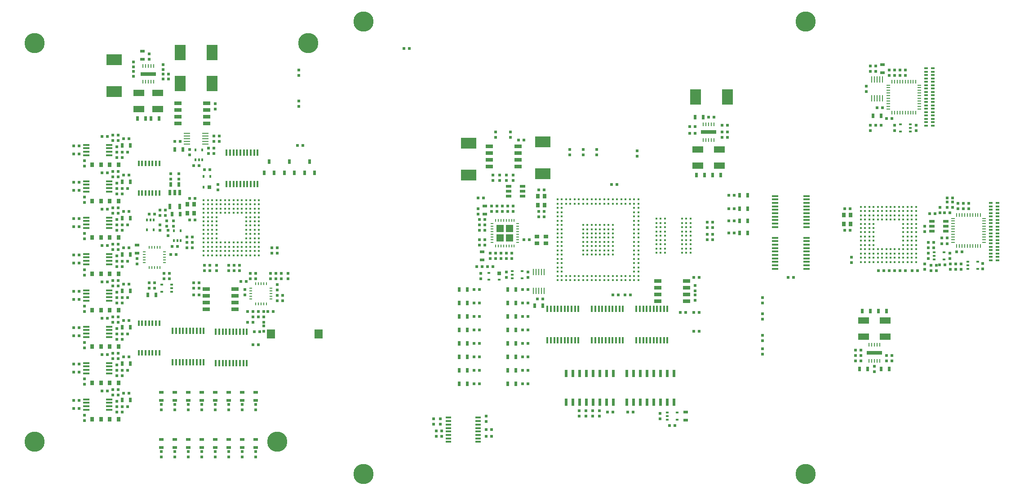
<source format=gtp>
G04 (created by PCBNEW-RS274X (2010-03-14)-final) date Thu 07 Oct 2010 02:34:07 PM EDT*
G01*
G70*
G90*
%MOIN*%
G04 Gerber Fmt 3.4, Leading zero omitted, Abs format*
%FSLAX34Y34*%
G04 APERTURE LIST*
%ADD10C,0.001000*%
%ADD11R,0.023600X0.019700*%
%ADD12R,0.019700X0.023600*%
%ADD13R,0.023600X0.035400*%
%ADD14R,0.035400X0.023600*%
%ADD15R,0.027600X0.037400*%
%ADD16R,0.059100X0.070900*%
%ADD17R,0.023600X0.009800*%
%ADD18R,0.009800X0.023600*%
%ADD19C,0.016000*%
%ADD20C,0.015700*%
%ADD21R,0.009800X0.047200*%
%ADD22R,0.055100X0.055100*%
%ADD23R,0.009800X0.025600*%
%ADD24R,0.025600X0.009800*%
%ADD25R,0.023600X0.015700*%
%ADD26R,0.019700X0.055100*%
%ADD27R,0.023600X0.042000*%
%ADD28R,0.042000X0.023600*%
%ADD29R,0.013800X0.039400*%
%ADD30R,0.039400X0.013800*%
%ADD31R,0.051200X0.013800*%
%ADD32R,0.013800X0.051200*%
%ADD33R,0.050000X0.015000*%
%ADD34R,0.030000X0.014500*%
%ADD35R,0.010200X0.031500*%
%ADD36R,0.118100X0.029500*%
%ADD37R,0.082700X0.049200*%
%ADD38R,0.016500X0.023600*%
%ADD39R,0.031500X0.027600*%
%ADD40R,0.023600X0.016500*%
%ADD41R,0.027600X0.031500*%
%ADD42R,0.078700X0.118100*%
%ADD43R,0.118100X0.078700*%
%ADD44R,0.047200X0.009800*%
%ADD45R,0.055100X0.027600*%
%ADD46R,0.031500X0.035400*%
%ADD47R,0.015700X0.023600*%
%ADD48R,0.035400X0.031500*%
%ADD49C,0.150000*%
%ADD50R,0.023600X0.033500*%
G04 APERTURE END LIST*
G54D10*
G54D11*
X27150Y12003D03*
X27150Y12397D03*
X27550Y12397D03*
X27550Y12003D03*
X27950Y12397D03*
X27950Y12003D03*
X28500Y16897D03*
X28500Y16503D03*
G54D12*
X27997Y13300D03*
X27603Y13300D03*
G54D11*
X27700Y16503D03*
X27700Y16897D03*
X27300Y16603D03*
X27300Y16997D03*
X28100Y16503D03*
X28100Y16897D03*
G54D12*
X26503Y14350D03*
X26897Y14350D03*
G54D11*
X25250Y15197D03*
X25250Y14803D03*
G54D12*
X26897Y13900D03*
X26503Y13900D03*
G54D11*
X13200Y06097D03*
X13200Y05703D03*
G54D12*
X26747Y12350D03*
X26353Y12350D03*
G54D11*
X13200Y09503D03*
X13200Y09897D03*
G54D12*
X10703Y14700D03*
X11097Y14700D03*
X10703Y15600D03*
X11097Y15600D03*
X10703Y16500D03*
X11097Y16500D03*
X10703Y17500D03*
X11097Y17500D03*
G54D11*
X01100Y01103D03*
X01100Y01497D03*
X00600Y01103D03*
X00600Y01497D03*
X23000Y22303D03*
X23000Y22697D03*
G54D12*
X21603Y22700D03*
X21997Y22700D03*
G54D11*
X00100Y01103D03*
X00100Y01497D03*
X-00400Y01103D03*
X-00400Y01497D03*
X21200Y27097D03*
X21200Y26703D03*
X20900Y25203D03*
X20900Y25597D03*
G54D12*
X22403Y23200D03*
X22797Y23200D03*
G54D11*
X23800Y26797D03*
X23800Y26403D03*
X23000Y26403D03*
X23000Y26797D03*
X22600Y26403D03*
X22600Y26797D03*
X23400Y26403D03*
X23400Y26797D03*
X21600Y26703D03*
X21600Y27097D03*
X05600Y00903D03*
X05600Y01297D03*
G54D12*
X06303Y00400D03*
X06697Y00400D03*
X-37898Y21170D03*
X-37504Y21170D03*
X-37898Y20570D03*
X-37504Y20570D03*
X-34303Y20300D03*
X-34697Y20300D03*
X-33903Y20700D03*
X-34297Y20700D03*
G54D11*
X-34700Y20703D03*
X-34700Y21097D03*
G54D12*
X-33803Y21700D03*
X-34197Y21700D03*
G54D11*
X-35001Y21967D03*
X-35001Y21573D03*
X-34601Y21573D03*
X-34601Y21967D03*
X-37101Y19673D03*
X-37101Y20067D03*
G54D12*
X-35404Y21870D03*
X-35798Y21870D03*
X-37898Y13070D03*
X-37504Y13070D03*
X-37898Y12470D03*
X-37504Y12470D03*
X-34303Y12200D03*
X-34697Y12200D03*
X-33903Y12600D03*
X-34297Y12600D03*
G54D11*
X-34700Y12603D03*
X-34700Y12997D03*
G54D12*
X-33803Y13600D03*
X-34197Y13600D03*
G54D11*
X-35001Y13867D03*
X-35001Y13473D03*
X-34601Y13473D03*
X-34601Y13867D03*
X-37101Y11573D03*
X-37101Y11967D03*
G54D12*
X-35404Y13770D03*
X-35798Y13770D03*
X-37898Y15770D03*
X-37504Y15770D03*
X-37898Y15170D03*
X-37504Y15170D03*
X-34303Y14900D03*
X-34697Y14900D03*
X-33903Y15300D03*
X-34297Y15300D03*
G54D11*
X-34700Y15303D03*
X-34700Y15697D03*
G54D12*
X-33803Y16300D03*
X-34197Y16300D03*
G54D11*
X-35001Y16567D03*
X-35001Y16173D03*
X-34601Y16173D03*
X-34601Y16567D03*
X-37101Y14273D03*
X-37101Y14667D03*
G54D12*
X-35404Y16470D03*
X-35798Y16470D03*
X-37898Y04970D03*
X-37504Y04970D03*
X-37898Y04370D03*
X-37504Y04370D03*
X-34303Y04100D03*
X-34697Y04100D03*
X-33903Y04500D03*
X-34297Y04500D03*
G54D11*
X-34700Y04503D03*
X-34700Y04897D03*
G54D12*
X-33803Y05500D03*
X-34197Y05500D03*
G54D11*
X-35001Y05767D03*
X-35001Y05373D03*
X-34601Y05373D03*
X-34601Y05767D03*
X-37101Y03473D03*
X-37101Y03867D03*
G54D12*
X-35404Y05670D03*
X-35798Y05670D03*
X-37898Y02270D03*
X-37504Y02270D03*
X-37898Y01670D03*
X-37504Y01670D03*
X-34303Y01400D03*
X-34697Y01400D03*
X-33903Y01800D03*
X-34297Y01800D03*
G54D11*
X-34700Y01803D03*
X-34700Y02197D03*
G54D12*
X-33803Y02800D03*
X-34197Y02800D03*
G54D11*
X-35001Y03067D03*
X-35001Y02673D03*
X-34601Y02673D03*
X-34601Y03067D03*
X-37101Y00773D03*
X-37101Y01167D03*
G54D12*
X-35404Y02970D03*
X-35798Y02970D03*
X-37898Y07670D03*
X-37504Y07670D03*
X-37898Y07070D03*
X-37504Y07070D03*
X-34303Y06800D03*
X-34697Y06800D03*
X-33903Y07200D03*
X-34297Y07200D03*
G54D11*
X-34700Y07203D03*
X-34700Y07597D03*
G54D12*
X-33803Y08200D03*
X-34197Y08200D03*
G54D11*
X-35001Y08467D03*
X-35001Y08073D03*
X-34601Y08073D03*
X-34601Y08467D03*
X-37101Y06173D03*
X-37101Y06567D03*
G54D12*
X-35404Y08370D03*
X-35798Y08370D03*
X-37898Y10370D03*
X-37504Y10370D03*
X-37898Y09770D03*
X-37504Y09770D03*
X-34303Y09500D03*
X-34697Y09500D03*
X-33903Y09900D03*
X-34297Y09900D03*
G54D11*
X-34700Y09903D03*
X-34700Y10297D03*
G54D12*
X-33803Y10900D03*
X-34197Y10900D03*
G54D11*
X-35001Y11167D03*
X-35001Y10773D03*
X-34601Y10773D03*
X-34601Y11167D03*
X-37101Y08873D03*
X-37101Y09267D03*
G54D12*
X-35404Y11070D03*
X-35798Y11070D03*
X-37898Y18470D03*
X-37504Y18470D03*
X-37898Y17870D03*
X-37504Y17870D03*
X-34303Y17600D03*
X-34697Y17600D03*
X-33903Y18000D03*
X-34297Y18000D03*
G54D11*
X-34700Y18003D03*
X-34700Y18397D03*
G54D12*
X-33803Y19000D03*
X-34197Y19000D03*
G54D11*
X-35001Y19267D03*
X-35001Y18873D03*
X-34601Y18873D03*
X-34601Y19267D03*
X-37101Y16973D03*
X-37101Y17367D03*
G54D12*
X-35404Y19170D03*
X-35798Y19170D03*
X-28904Y17270D03*
X-29298Y17270D03*
X-29298Y15670D03*
X-28904Y15670D03*
G54D11*
X-22000Y11697D03*
X-22000Y11303D03*
G54D12*
X-24598Y08470D03*
X-24204Y08470D03*
X-24998Y08070D03*
X-24604Y08070D03*
G54D11*
X-22500Y11697D03*
X-22500Y11303D03*
X-23300Y11697D03*
X-23300Y11303D03*
G54D12*
X-23104Y08870D03*
X-23498Y08870D03*
X-24203Y06400D03*
X-24597Y06400D03*
G54D11*
X-25401Y01573D03*
X-25401Y01967D03*
X-27200Y17903D03*
X-27200Y18297D03*
G54D12*
X-22404Y10070D03*
X-22798Y10070D03*
G54D11*
X-25200Y10103D03*
X-25200Y10497D03*
X-28401Y01573D03*
X-28401Y01967D03*
X-29401Y01573D03*
X-29401Y01967D03*
X-31401Y-01927D03*
X-31401Y-01533D03*
X-30401Y-01927D03*
X-30401Y-01533D03*
X-24401Y-01927D03*
X-24401Y-01533D03*
G54D12*
X-25103Y11100D03*
X-25497Y11100D03*
G54D11*
X-28200Y11903D03*
X-28200Y12297D03*
G54D12*
X-30803Y11700D03*
X-31197Y11700D03*
X-30803Y11300D03*
X-31197Y11300D03*
X-32297Y16100D03*
X-31903Y16100D03*
G54D11*
X-31100Y16397D03*
X-31100Y16003D03*
X-31500Y16003D03*
X-31500Y16397D03*
X-31500Y15297D03*
X-31500Y14903D03*
X-33200Y12403D03*
X-33200Y12797D03*
X-26000Y11903D03*
X-26000Y12297D03*
X-26400Y11903D03*
X-26400Y12297D03*
X-25600Y11903D03*
X-25600Y12297D03*
X-30900Y14503D03*
X-30900Y14897D03*
G54D12*
X-30203Y13700D03*
X-30597Y13700D03*
X-31903Y11000D03*
X-32297Y11000D03*
X-32297Y10600D03*
X-31903Y10600D03*
G54D11*
X-30500Y15597D03*
X-30500Y15203D03*
X-30100Y19097D03*
X-30100Y18703D03*
X-31000Y15203D03*
X-31000Y15597D03*
X-30700Y18703D03*
X-30700Y19097D03*
X-07700Y11697D03*
X-07700Y11303D03*
G54D12*
X-13003Y28400D03*
X-13397Y28400D03*
G54D11*
X-11193Y00514D03*
X-11193Y00908D03*
G54D12*
X-10596Y-00389D03*
X-10990Y-00389D03*
G54D11*
X-07293Y01108D03*
X-07293Y00714D03*
X-10693Y00514D03*
X-10693Y00908D03*
G54D12*
X-10596Y00011D03*
X-10990Y00011D03*
X-07803Y07500D03*
X-08197Y07500D03*
X-07290Y00111D03*
X-06896Y00111D03*
X-07290Y-00389D03*
X-06896Y-00389D03*
X02003Y18300D03*
X02397Y18300D03*
X-03003Y15900D03*
X-03397Y15900D03*
G54D11*
X-06200Y13197D03*
X-06200Y12803D03*
X-06600Y13197D03*
X-06600Y12803D03*
X-07000Y13197D03*
X-07000Y12803D03*
G54D12*
X-04497Y14200D03*
X-04103Y14200D03*
X-07403Y13800D03*
X-07797Y13800D03*
G54D11*
X-05800Y13197D03*
X-05800Y12803D03*
G54D12*
X-07403Y14200D03*
X-07797Y14200D03*
G54D11*
X-05400Y13197D03*
X-05400Y12803D03*
G54D12*
X-07403Y14900D03*
X-07797Y14900D03*
X-07403Y15300D03*
X-07797Y15300D03*
G54D11*
X-06900Y16303D03*
X-06900Y16697D03*
G54D12*
X-07603Y12200D03*
X-07997Y12200D03*
X-07503Y17300D03*
X-07897Y17300D03*
X-07403Y15700D03*
X-07797Y15700D03*
X-06803Y12200D03*
X-07197Y12200D03*
G54D11*
X-07900Y16497D03*
X-07900Y16103D03*
X-06100Y16303D03*
X-06100Y16697D03*
X-06500Y16303D03*
X-06500Y16697D03*
X-05300Y16303D03*
X-05300Y16697D03*
X-05700Y16303D03*
X-05700Y16697D03*
G54D12*
X-03003Y17900D03*
X-03397Y17900D03*
X-03397Y16300D03*
X-03003Y16300D03*
G54D11*
X-01100Y20897D03*
X-01100Y20503D03*
X-00100Y20897D03*
X-00100Y20503D03*
X00900Y20897D03*
X00900Y20503D03*
X03900Y20797D03*
X03900Y20403D03*
G54D12*
X02103Y10100D03*
X02497Y10100D03*
X03397Y10100D03*
X03003Y10100D03*
G54D13*
X20405Y04600D03*
X20995Y04600D03*
X12095Y14700D03*
X11505Y14700D03*
X12095Y15600D03*
X11505Y15600D03*
X12095Y16500D03*
X11505Y16500D03*
X12095Y17500D03*
X11505Y17500D03*
G54D14*
X07500Y00805D03*
X07500Y01395D03*
G54D13*
X21995Y23400D03*
X21405Y23400D03*
G54D14*
X22100Y27195D03*
X22100Y26605D03*
G54D13*
X-33705Y21200D03*
X-34295Y21200D03*
X-33705Y13100D03*
X-34295Y13100D03*
X-33705Y15800D03*
X-34295Y15800D03*
X-33705Y05000D03*
X-34295Y05000D03*
X-33705Y02300D03*
X-34295Y02300D03*
X-33705Y07700D03*
X-34295Y07700D03*
X-33705Y10400D03*
X-34295Y10400D03*
X-33705Y18500D03*
X-34295Y18500D03*
G54D14*
X-24401Y02865D03*
X-24401Y02275D03*
X-25401Y02865D03*
X-25401Y02275D03*
X-26401Y02865D03*
X-26401Y02275D03*
X-28401Y02865D03*
X-28401Y02275D03*
X-29401Y02865D03*
X-29401Y02275D03*
X-30401Y-00635D03*
X-30401Y-01225D03*
X-25401Y-00635D03*
X-25401Y-01225D03*
X-33200Y13205D03*
X-33200Y13795D03*
G54D13*
X-30595Y16100D03*
X-30005Y16100D03*
X-30695Y18300D03*
X-30105Y18300D03*
X-31805Y10100D03*
X-32395Y10100D03*
X-05695Y03500D03*
X-05105Y03500D03*
X-09295Y05500D03*
X-08705Y05500D03*
X-09295Y07500D03*
X-08705Y07500D03*
G54D14*
X-07600Y13295D03*
X-07600Y12705D03*
X-07400Y16105D03*
X-07400Y16695D03*
G54D15*
X-35236Y19770D03*
X-34566Y19770D03*
X-35866Y19770D03*
X-36536Y19770D03*
X-35236Y11670D03*
X-34566Y11670D03*
X-35866Y11670D03*
X-36536Y11670D03*
X-35236Y14370D03*
X-34566Y14370D03*
X-35866Y14370D03*
X-36536Y14370D03*
X-35236Y03570D03*
X-34566Y03570D03*
X-35866Y03570D03*
X-36536Y03570D03*
X-35236Y00870D03*
X-34566Y00870D03*
X-35866Y00870D03*
X-36536Y00870D03*
X-35236Y06270D03*
X-34566Y06270D03*
X-35866Y06270D03*
X-36536Y06270D03*
X-35236Y08970D03*
X-34566Y08970D03*
X-35866Y08970D03*
X-36536Y08970D03*
X-35236Y17070D03*
X-34566Y17070D03*
X-35866Y17070D03*
X-36536Y17070D03*
G54D16*
X-23271Y07200D03*
X-19728Y07200D03*
G54D17*
X-32648Y13294D03*
X-32648Y13097D03*
X-32648Y12900D03*
X-32648Y12703D03*
X-32648Y12506D03*
G54D18*
X-32294Y12152D03*
X-32097Y12152D03*
X-31900Y12152D03*
X-31703Y12152D03*
X-31506Y12152D03*
X-31506Y13648D03*
X-31703Y13648D03*
X-31900Y13648D03*
X-32097Y13648D03*
X-32294Y13648D03*
G54D17*
X-31152Y12506D03*
X-31152Y12703D03*
X-31152Y12900D03*
X-31152Y13097D03*
X-31152Y13294D03*
G54D19*
X20503Y12553D03*
X20503Y12868D03*
X20503Y13183D03*
X20503Y13498D03*
X20503Y13813D03*
X20503Y14128D03*
X20503Y14443D03*
X20503Y14758D03*
X20503Y15073D03*
X20503Y15388D03*
X20503Y15703D03*
X20503Y16018D03*
X20503Y16333D03*
X20503Y16647D03*
X20818Y12553D03*
X20818Y12868D03*
X20818Y13183D03*
X20818Y13498D03*
X20818Y13813D03*
X20818Y14128D03*
X20818Y14443D03*
X20818Y14758D03*
X20818Y15073D03*
X20818Y15388D03*
X20818Y15703D03*
X20818Y16018D03*
X20818Y16333D03*
X20818Y16647D03*
X21133Y12553D03*
X21133Y12868D03*
X21133Y13183D03*
X21133Y13498D03*
X21133Y13813D03*
X21133Y14128D03*
X21133Y14443D03*
X21133Y14758D03*
X21133Y15073D03*
X21133Y15388D03*
X21133Y15703D03*
X21133Y16018D03*
X21133Y16333D03*
X21133Y16647D03*
X21448Y12553D03*
X21448Y12868D03*
X21448Y13183D03*
X21448Y13498D03*
X21448Y13813D03*
X21448Y14128D03*
X21448Y14443D03*
X21448Y14758D03*
X21448Y15073D03*
X21448Y15388D03*
X21448Y15703D03*
X21448Y16018D03*
X21448Y16333D03*
X21448Y16647D03*
X21763Y12553D03*
X21763Y12868D03*
X21763Y13183D03*
X21763Y13498D03*
X21763Y15703D03*
X21763Y16018D03*
X21763Y16333D03*
X21763Y16647D03*
X22078Y12553D03*
X22078Y12868D03*
X22078Y13183D03*
X22078Y13498D03*
X22078Y15703D03*
X22078Y16018D03*
X22078Y16333D03*
X22078Y16647D03*
X22393Y12553D03*
X22393Y12868D03*
X22393Y13183D03*
X22393Y13498D03*
X22393Y15703D03*
X22393Y16018D03*
X22393Y16333D03*
X22393Y16647D03*
X22708Y12553D03*
X22708Y12868D03*
X22708Y13183D03*
X22708Y13498D03*
X22708Y15703D03*
X22708Y16018D03*
X22708Y16333D03*
X22708Y16647D03*
X23023Y12553D03*
X23023Y12868D03*
X23023Y13183D03*
X23023Y13498D03*
X23023Y15703D03*
X23023Y16018D03*
X23023Y16333D03*
X23023Y16647D03*
X23338Y12553D03*
X23338Y12868D03*
X23338Y13183D03*
X23338Y13498D03*
X23338Y15703D03*
X23338Y16018D03*
X23338Y16333D03*
X23338Y16647D03*
X23653Y12553D03*
X23653Y12868D03*
X23653Y13183D03*
X23653Y13498D03*
X23653Y13813D03*
X23653Y14128D03*
X23653Y14443D03*
X23653Y14758D03*
X23653Y15073D03*
X23653Y15388D03*
X23653Y15703D03*
X23653Y16018D03*
X23653Y16333D03*
X23653Y16647D03*
X23968Y12553D03*
X23968Y12868D03*
X23968Y13183D03*
X23968Y13498D03*
X23968Y13813D03*
X23968Y14128D03*
X23968Y14443D03*
X23968Y14758D03*
X23968Y15073D03*
X23968Y15388D03*
X23968Y15703D03*
X23968Y16018D03*
X23968Y16333D03*
X23968Y16647D03*
X24283Y12553D03*
X24283Y12868D03*
X24283Y13183D03*
X24283Y13498D03*
X24283Y13813D03*
X24283Y14128D03*
X24283Y14443D03*
X24283Y14758D03*
X24283Y15073D03*
X24283Y15388D03*
X24283Y15703D03*
X24283Y16018D03*
X24283Y16333D03*
X24283Y16647D03*
X24597Y12553D03*
X24597Y12868D03*
X24597Y13183D03*
X24597Y13498D03*
X24597Y13813D03*
X24597Y14128D03*
X24597Y14443D03*
X24597Y14758D03*
X24597Y15073D03*
X24597Y15388D03*
X24597Y15703D03*
X24597Y16018D03*
X24597Y16333D03*
X24597Y16647D03*
G54D20*
X-01993Y11207D03*
X-01993Y11522D03*
X-01993Y11837D03*
X-01993Y12152D03*
X-01993Y12467D03*
X-01993Y12782D03*
X-01993Y13097D03*
X-01993Y13412D03*
X-01993Y13727D03*
X-01993Y14042D03*
X-01993Y14357D03*
X-01993Y14672D03*
X-01993Y14987D03*
X-01993Y15302D03*
X-01993Y15617D03*
X-01993Y15932D03*
X-01993Y16247D03*
X-01993Y16562D03*
X-01993Y16877D03*
X-01993Y17192D03*
X-01678Y11207D03*
X-01678Y11522D03*
X-01678Y11837D03*
X-01678Y12152D03*
X-01678Y12467D03*
X-01678Y12782D03*
X-01678Y13097D03*
X-01678Y13412D03*
X-01678Y13727D03*
X-01678Y14042D03*
X-01678Y14357D03*
X-01678Y14672D03*
X-01678Y14987D03*
X-01678Y15302D03*
X-01678Y15617D03*
X-01678Y15932D03*
X-01678Y16247D03*
X-01678Y16562D03*
X-01678Y16877D03*
X-01678Y17192D03*
X-01363Y11207D03*
X-01363Y11522D03*
X-01363Y16877D03*
X-01363Y17192D03*
X-01048Y11207D03*
X-01048Y11522D03*
X-01048Y16877D03*
X-01048Y17192D03*
X-00733Y11207D03*
X-00733Y11522D03*
X-00733Y16877D03*
X-00733Y17192D03*
X-00418Y11207D03*
X-00418Y11522D03*
X-00418Y16877D03*
X-00418Y17192D03*
X-00103Y11207D03*
X-00103Y11522D03*
X-00103Y13097D03*
X-00103Y13412D03*
X-00103Y13727D03*
X-00103Y14042D03*
X-00103Y14357D03*
X-00103Y14672D03*
X-00103Y14987D03*
X-00103Y15302D03*
X-00103Y16877D03*
X-00103Y17192D03*
X00212Y11207D03*
X00212Y11522D03*
X00212Y13097D03*
X00212Y13412D03*
X00212Y13727D03*
X00212Y14042D03*
X00212Y14357D03*
X00212Y14672D03*
X00212Y14987D03*
X00212Y15302D03*
X00212Y16877D03*
X00212Y17192D03*
X00527Y11207D03*
X00527Y11522D03*
X00527Y13097D03*
X00527Y13412D03*
X00527Y13727D03*
X00527Y14042D03*
X00527Y14357D03*
X00527Y14672D03*
X00527Y14987D03*
X00527Y15302D03*
X00527Y16877D03*
X00527Y17192D03*
X00842Y11207D03*
X00842Y11522D03*
X00842Y13097D03*
X00842Y13412D03*
X00842Y13727D03*
X00842Y14042D03*
X00842Y14357D03*
X00842Y14672D03*
X00842Y14987D03*
X00842Y15302D03*
X00842Y16877D03*
X00842Y17192D03*
X01157Y11207D03*
X01157Y11522D03*
X01157Y13097D03*
X01157Y13412D03*
X01157Y13727D03*
X01157Y14042D03*
X01157Y14357D03*
X01157Y14672D03*
X01157Y14987D03*
X01157Y15302D03*
X01157Y16877D03*
X01157Y17192D03*
X01472Y11207D03*
X01472Y11522D03*
X01472Y13097D03*
X01472Y13412D03*
X01472Y13727D03*
X01472Y14042D03*
X01472Y14357D03*
X01472Y14672D03*
X01472Y14987D03*
X01472Y15302D03*
X01472Y16877D03*
X01472Y17192D03*
X01787Y11207D03*
X01787Y11522D03*
X01787Y13097D03*
X01787Y13412D03*
X01787Y13727D03*
X01787Y14042D03*
X01787Y14357D03*
X01787Y14672D03*
X01787Y14987D03*
X01787Y15302D03*
X01787Y16877D03*
X01787Y17192D03*
X02102Y11207D03*
X02102Y11522D03*
X02102Y13097D03*
X02102Y13412D03*
X02102Y13727D03*
X02102Y14042D03*
X02102Y14357D03*
X02102Y14672D03*
X02102Y14987D03*
X02102Y15302D03*
X02102Y16877D03*
X02102Y17192D03*
X02417Y11207D03*
X02417Y11522D03*
X02417Y16877D03*
X02417Y17192D03*
X02732Y11207D03*
X02732Y11522D03*
X02732Y16877D03*
X02732Y17192D03*
X03047Y11207D03*
X03047Y11522D03*
X03047Y16877D03*
X03047Y17192D03*
X03362Y11207D03*
X03362Y11522D03*
X03362Y16877D03*
X03362Y17192D03*
X03677Y11207D03*
X03677Y11522D03*
X03677Y16877D03*
X03677Y17192D03*
X03992Y11207D03*
X03992Y11522D03*
X03992Y11837D03*
X03992Y12152D03*
X03992Y12467D03*
X03992Y12782D03*
X03992Y13097D03*
X03992Y13412D03*
X03992Y13727D03*
X03992Y14042D03*
X03992Y14357D03*
X03992Y14672D03*
X03992Y14987D03*
X03992Y15302D03*
X03992Y15617D03*
X03992Y15932D03*
X03992Y16247D03*
X03992Y16562D03*
X03992Y16877D03*
X03992Y17192D03*
X03677Y11837D03*
X03677Y12152D03*
X03677Y12467D03*
X03677Y12782D03*
X03677Y13097D03*
X03677Y13412D03*
X03677Y13727D03*
X03677Y14042D03*
X03677Y14357D03*
X03677Y14672D03*
X03677Y14987D03*
X03677Y15302D03*
X03677Y15617D03*
X03677Y15932D03*
X03677Y16247D03*
X03677Y16562D03*
G54D21*
X22092Y26089D03*
X21896Y26089D03*
X21700Y26089D03*
X21504Y26089D03*
X21308Y26089D03*
X21308Y24710D03*
X21504Y24710D03*
X21700Y24710D03*
X21896Y24710D03*
X22092Y24710D03*
G54D17*
X-06845Y15389D03*
X-06845Y15192D03*
X-06845Y14995D03*
X-06845Y14798D03*
X-06845Y14602D03*
X-06845Y14405D03*
X-06845Y14208D03*
X-06845Y14011D03*
X-04955Y14011D03*
X-04955Y14208D03*
X-04955Y14405D03*
X-04955Y14602D03*
X-04955Y14798D03*
X-04955Y14995D03*
X-04955Y15192D03*
X-04955Y15389D03*
G54D18*
X-06589Y13755D03*
X-06392Y13755D03*
X-06195Y13755D03*
X-05998Y13755D03*
X-05802Y13755D03*
X-05605Y13755D03*
X-05408Y13755D03*
X-05211Y13755D03*
X-05211Y15645D03*
X-05408Y15645D03*
X-05605Y15645D03*
X-05802Y15645D03*
X-05998Y15645D03*
X-06195Y15645D03*
X-06392Y15645D03*
X-06589Y15645D03*
G54D22*
X-06254Y15054D03*
X-06254Y14346D03*
X-05546Y14346D03*
X-05546Y15054D03*
G54D23*
X29386Y16052D03*
X29189Y16052D03*
X28992Y16052D03*
X28795Y16052D03*
X28598Y16052D03*
X28402Y16052D03*
X28205Y16052D03*
X28008Y16052D03*
X27811Y16052D03*
X27614Y16052D03*
X27614Y13748D03*
X27811Y13748D03*
X28008Y13748D03*
X28205Y13748D03*
X28402Y13748D03*
X28598Y13748D03*
X28795Y13748D03*
X28992Y13748D03*
X29189Y13748D03*
X29386Y13748D03*
G54D24*
X27348Y15786D03*
X27348Y15589D03*
X27348Y15392D03*
X27348Y15195D03*
X27348Y14998D03*
X27348Y14802D03*
X27348Y14605D03*
X27348Y14408D03*
X27348Y14211D03*
X27348Y14014D03*
X29652Y14014D03*
X29652Y14211D03*
X29652Y14408D03*
X29652Y14605D03*
X29652Y14802D03*
X29652Y14998D03*
X29652Y15195D03*
X29652Y15392D03*
X29652Y15589D03*
X29652Y15786D03*
G54D23*
X24586Y25952D03*
X24389Y25952D03*
X24192Y25952D03*
X23995Y25952D03*
X23798Y25952D03*
X23602Y25952D03*
X23405Y25952D03*
X23208Y25952D03*
X23011Y25952D03*
X22814Y25952D03*
X22814Y23648D03*
X23011Y23648D03*
X23208Y23648D03*
X23405Y23648D03*
X23602Y23648D03*
X23798Y23648D03*
X23995Y23648D03*
X24192Y23648D03*
X24389Y23648D03*
X24586Y23648D03*
G54D24*
X22548Y25686D03*
X22548Y25489D03*
X22548Y25292D03*
X22548Y25095D03*
X22548Y24898D03*
X22548Y24702D03*
X22548Y24505D03*
X22548Y24308D03*
X22548Y24111D03*
X22548Y23914D03*
X24852Y23914D03*
X24852Y24111D03*
X24852Y24308D03*
X24852Y24505D03*
X24852Y24702D03*
X24852Y24898D03*
X24852Y25095D03*
X24852Y25292D03*
X24852Y25489D03*
X24852Y25686D03*
G54D25*
X-30626Y10344D03*
X-30626Y10600D03*
X-30626Y10856D03*
X-31374Y10856D03*
X-31374Y10344D03*
G54D26*
X02150Y04263D03*
X01650Y04263D03*
X01150Y04263D03*
X00650Y04263D03*
X00150Y04263D03*
X-00350Y04263D03*
X-00850Y04263D03*
X-01350Y04263D03*
X-01350Y02137D03*
X-00850Y02137D03*
X-00350Y02137D03*
X00150Y02137D03*
X00650Y02137D03*
X01150Y02137D03*
X01650Y02137D03*
X02150Y02137D03*
X03150Y02137D03*
X03650Y02137D03*
X04150Y02137D03*
X04650Y02137D03*
X05150Y02137D03*
X05650Y02137D03*
X06150Y02137D03*
X06650Y02137D03*
X06650Y04263D03*
X06150Y04263D03*
X05650Y04263D03*
X05150Y04263D03*
X04650Y04263D03*
X04150Y04263D03*
X03650Y04263D03*
X03150Y04263D03*
G54D27*
X-30026Y17712D03*
X-30400Y17700D03*
X-30774Y17712D03*
X-30774Y16688D03*
X-30026Y16688D03*
G54D28*
X26812Y14826D03*
X26812Y15200D03*
X26812Y15574D03*
X25788Y15574D03*
X25788Y15200D03*
X25788Y14826D03*
X-04588Y17426D03*
X-04588Y17800D03*
X-04588Y18174D03*
X-05612Y18174D03*
X-05612Y17800D03*
X-05612Y17426D03*
G54D29*
X-32300Y05808D03*
X-32044Y05808D03*
X-31788Y05808D03*
X-31532Y05808D03*
X-31532Y07993D03*
X-31788Y07993D03*
X-32044Y07993D03*
X-32300Y07993D03*
X-32556Y07993D03*
X-32812Y07993D03*
X-33068Y07993D03*
X-32556Y05808D03*
X-32812Y05808D03*
X-33068Y05808D03*
X-32301Y19863D03*
X-32557Y19863D03*
X-32813Y19863D03*
X-33069Y19863D03*
X-33069Y17678D03*
X-32813Y17678D03*
X-32557Y17678D03*
X-32301Y17678D03*
X-32045Y17678D03*
X-31789Y17678D03*
X-31533Y17678D03*
X-32045Y19863D03*
X-31789Y19863D03*
X-31533Y19863D03*
G54D30*
X-10103Y00221D03*
X-10103Y-00035D03*
X-10103Y-00291D03*
X-10103Y-00547D03*
X-10103Y-00803D03*
X-07899Y-00803D03*
X-07899Y-00547D03*
X-07899Y-00291D03*
X-07899Y-00035D03*
X-07899Y00221D03*
X-07899Y00477D03*
X-07899Y00733D03*
X-07899Y00989D03*
X-10103Y00477D03*
X-10103Y00733D03*
X-10103Y00989D03*
G54D31*
X16469Y15148D03*
X16469Y15404D03*
X16469Y15660D03*
X16469Y15916D03*
X16469Y16172D03*
X16469Y16428D03*
X16469Y16684D03*
X16469Y16940D03*
X16469Y17196D03*
X16469Y17452D03*
X14131Y17452D03*
X14131Y17196D03*
X14131Y16940D03*
X14131Y16684D03*
X14131Y16428D03*
X14131Y16172D03*
X14131Y15916D03*
X14131Y15660D03*
X14131Y15404D03*
X14131Y15148D03*
G54D32*
X-25048Y07369D03*
X-25304Y07369D03*
X-25560Y07369D03*
X-25816Y07369D03*
X-26072Y07369D03*
X-26328Y07369D03*
X-26584Y07369D03*
X-26840Y07369D03*
X-27096Y07369D03*
X-27352Y07369D03*
X-27352Y05031D03*
X-27096Y05031D03*
X-26840Y05031D03*
X-26584Y05031D03*
X-26328Y05031D03*
X-26072Y05031D03*
X-25816Y05031D03*
X-25560Y05031D03*
X-25304Y05031D03*
X-25048Y05031D03*
X-28249Y07439D03*
X-28505Y07439D03*
X-28761Y07439D03*
X-29017Y07439D03*
X-29273Y07439D03*
X-29529Y07439D03*
X-29785Y07439D03*
X-30041Y07439D03*
X-30297Y07439D03*
X-30553Y07439D03*
X-30553Y05101D03*
X-30297Y05101D03*
X-30041Y05101D03*
X-29785Y05101D03*
X-29529Y05101D03*
X-29273Y05101D03*
X-29017Y05101D03*
X-28761Y05101D03*
X-28505Y05101D03*
X-28249Y05101D03*
G54D33*
X-36951Y21254D03*
X-36951Y20998D03*
X-36951Y20742D03*
X-36951Y20486D03*
X-35251Y20486D03*
X-35251Y20742D03*
X-35251Y20998D03*
X-35251Y21254D03*
X-36951Y13154D03*
X-36951Y12898D03*
X-36951Y12642D03*
X-36951Y12386D03*
X-35251Y12386D03*
X-35251Y12642D03*
X-35251Y12898D03*
X-35251Y13154D03*
X-36951Y15854D03*
X-36951Y15598D03*
X-36951Y15342D03*
X-36951Y15086D03*
X-35251Y15086D03*
X-35251Y15342D03*
X-35251Y15598D03*
X-35251Y15854D03*
X-36951Y05054D03*
X-36951Y04798D03*
X-36951Y04542D03*
X-36951Y04286D03*
X-35251Y04286D03*
X-35251Y04542D03*
X-35251Y04798D03*
X-35251Y05054D03*
X-36951Y02354D03*
X-36951Y02098D03*
X-36951Y01842D03*
X-36951Y01586D03*
X-35251Y01586D03*
X-35251Y01842D03*
X-35251Y02098D03*
X-35251Y02354D03*
X-36951Y07754D03*
X-36951Y07498D03*
X-36951Y07242D03*
X-36951Y06986D03*
X-35251Y06986D03*
X-35251Y07242D03*
X-35251Y07498D03*
X-35251Y07754D03*
X-36951Y10454D03*
X-36951Y10198D03*
X-36951Y09942D03*
X-36951Y09686D03*
X-35251Y09686D03*
X-35251Y09942D03*
X-35251Y10198D03*
X-35251Y10454D03*
X-36951Y18554D03*
X-36951Y18298D03*
X-36951Y18042D03*
X-36951Y17786D03*
X-35251Y17786D03*
X-35251Y18042D03*
X-35251Y18298D03*
X-35251Y18554D03*
G54D20*
X07860Y13240D03*
X07545Y13240D03*
X07230Y13240D03*
X05970Y13240D03*
X05655Y13240D03*
X05340Y13240D03*
X07860Y13555D03*
X07545Y13555D03*
X07230Y13555D03*
X05970Y13555D03*
X05655Y13555D03*
X05340Y13555D03*
X07860Y13870D03*
X07545Y13870D03*
X07230Y13870D03*
X05970Y13870D03*
X05655Y13870D03*
X05340Y13870D03*
X07860Y14185D03*
X07545Y14185D03*
X07230Y14185D03*
X05970Y14185D03*
X05655Y14185D03*
X05340Y14185D03*
X07860Y14500D03*
X07545Y14500D03*
X07230Y14500D03*
X05970Y14500D03*
X05655Y14500D03*
X05340Y14500D03*
X07860Y14815D03*
X07545Y14815D03*
X07230Y14815D03*
X05970Y14815D03*
X05655Y14815D03*
X05340Y14815D03*
X07860Y15130D03*
X07545Y15130D03*
X07230Y15130D03*
X05970Y15130D03*
X05655Y15130D03*
X05340Y15130D03*
X07860Y15445D03*
X07545Y15445D03*
X07230Y15445D03*
X05970Y15445D03*
X05655Y15445D03*
X05340Y15445D03*
X07860Y15760D03*
X07545Y15760D03*
X07230Y15760D03*
X05970Y15760D03*
X05655Y15760D03*
X05340Y15760D03*
G54D11*
X27100Y13197D03*
X27100Y12803D03*
X25500Y12803D03*
X25500Y13197D03*
G54D34*
X30650Y12675D03*
X30650Y12925D03*
X30650Y13175D03*
X30650Y13425D03*
X30650Y13675D03*
X30650Y13925D03*
X30650Y14175D03*
X30650Y14425D03*
X30650Y14675D03*
X30650Y14925D03*
X30650Y15175D03*
X30650Y15425D03*
X30650Y15675D03*
X30650Y15925D03*
X30650Y16175D03*
X30650Y16425D03*
X30650Y16675D03*
X30650Y16925D03*
X30150Y12675D03*
X30150Y12925D03*
X30150Y13175D03*
X30150Y13425D03*
X30150Y13675D03*
X30150Y13925D03*
X30150Y14175D03*
X30150Y14425D03*
X30150Y14675D03*
X30150Y14925D03*
X30150Y15175D03*
X30150Y15425D03*
X30150Y15675D03*
X30150Y15925D03*
X30150Y16175D03*
X30150Y16425D03*
X30150Y16675D03*
X30150Y16925D03*
G54D12*
X25897Y13600D03*
X25503Y13600D03*
X25503Y14000D03*
X25897Y14000D03*
G54D11*
X29550Y12053D03*
X29550Y12447D03*
G54D12*
X19697Y16500D03*
X19303Y16500D03*
X19303Y14900D03*
X19697Y14900D03*
G54D31*
X14131Y14352D03*
X14131Y14096D03*
X14131Y13840D03*
X14131Y13584D03*
X14131Y13328D03*
X14131Y13072D03*
X14131Y12816D03*
X14131Y12560D03*
X14131Y12304D03*
X14131Y12048D03*
X16469Y12048D03*
X16469Y12304D03*
X16469Y12560D03*
X16469Y12816D03*
X16469Y13072D03*
X16469Y13328D03*
X16469Y13584D03*
X16469Y13840D03*
X16469Y14096D03*
X16469Y14352D03*
G54D11*
X13200Y08303D03*
X13200Y08697D03*
G54D12*
X15497Y11400D03*
X15103Y11400D03*
G54D35*
X21106Y05209D03*
X21303Y05209D03*
X21500Y05209D03*
X21697Y05209D03*
X21894Y05209D03*
X21894Y06391D03*
X21697Y06391D03*
X21500Y06391D03*
X21303Y06391D03*
X21106Y06391D03*
G54D36*
X21500Y05800D03*
G54D37*
X20700Y07000D03*
X20700Y08200D03*
X22300Y07000D03*
X22300Y08200D03*
G54D13*
X21195Y08900D03*
X20605Y08900D03*
X21805Y08900D03*
X22395Y08900D03*
G54D12*
X22403Y05200D03*
X22797Y05200D03*
X22797Y05600D03*
X22403Y05600D03*
X20103Y05600D03*
X20497Y05600D03*
X20497Y06000D03*
X20103Y06000D03*
X20497Y05200D03*
X20103Y05200D03*
G54D13*
X22595Y04600D03*
X22005Y04600D03*
G54D11*
X21500Y04797D03*
X21500Y04403D03*
G54D12*
X26703Y16200D03*
X27097Y16200D03*
G54D11*
X26360Y16597D03*
X26360Y16203D03*
G54D12*
X27297Y17300D03*
X26903Y17300D03*
G54D11*
X26900Y16997D03*
X26900Y16603D03*
G54D12*
X25997Y16150D03*
X25603Y16150D03*
X23797Y11900D03*
X23403Y11900D03*
G54D11*
X19800Y12897D03*
X19800Y12503D03*
G54D12*
X24303Y11900D03*
X24697Y11900D03*
X25703Y12300D03*
X26097Y12300D03*
X25703Y11900D03*
X26097Y11900D03*
G54D11*
X25250Y12397D03*
X25250Y12003D03*
G54D12*
X21803Y11900D03*
X22197Y11900D03*
X22997Y11900D03*
X22603Y11900D03*
G54D11*
X13200Y06703D03*
X13200Y07097D03*
X24600Y22697D03*
X24600Y22303D03*
G54D34*
X25850Y22675D03*
X25850Y22925D03*
X25850Y23175D03*
X25850Y23425D03*
X25850Y23675D03*
X25850Y23925D03*
X25850Y24175D03*
X25850Y24425D03*
X25850Y24675D03*
X25850Y24925D03*
X25850Y25175D03*
X25850Y25425D03*
X25850Y25675D03*
X25850Y25925D03*
X25850Y26175D03*
X25850Y26425D03*
X25850Y26675D03*
X25850Y26925D03*
X25350Y22675D03*
X25350Y22925D03*
X25350Y23175D03*
X25350Y23425D03*
X25350Y23675D03*
X25350Y23925D03*
X25350Y24175D03*
X25350Y24425D03*
X25350Y24675D03*
X25350Y24925D03*
X25350Y25175D03*
X25350Y25425D03*
X25350Y25675D03*
X25350Y25925D03*
X25350Y26175D03*
X25350Y26425D03*
X25350Y26675D03*
X25350Y26925D03*
G54D11*
X21200Y22303D03*
X21200Y22697D03*
G54D12*
X01703Y01400D03*
X02097Y01400D03*
X03597Y01400D03*
X03203Y01400D03*
G54D19*
X-28247Y13053D03*
X-28247Y13368D03*
X-28247Y13683D03*
X-28247Y13998D03*
X-28247Y14313D03*
X-28247Y14628D03*
X-28247Y14943D03*
X-28247Y15258D03*
X-28247Y15573D03*
X-28247Y15888D03*
X-28247Y16203D03*
X-28247Y16518D03*
X-28247Y16833D03*
X-28247Y17147D03*
X-27932Y13053D03*
X-27932Y13368D03*
X-27932Y13683D03*
X-27932Y13998D03*
X-27932Y14313D03*
X-27932Y14628D03*
X-27932Y14943D03*
X-27932Y15258D03*
X-27932Y15573D03*
X-27932Y15888D03*
X-27932Y16203D03*
X-27932Y16518D03*
X-27932Y16833D03*
X-27932Y17147D03*
X-27617Y13053D03*
X-27617Y13368D03*
X-27617Y13683D03*
X-27617Y13998D03*
X-27617Y14313D03*
X-27617Y14628D03*
X-27617Y14943D03*
X-27617Y15258D03*
X-27617Y15573D03*
X-27617Y15888D03*
X-27617Y16203D03*
X-27617Y16518D03*
X-27617Y16833D03*
X-27617Y17147D03*
X-27302Y13053D03*
X-27302Y13368D03*
X-27302Y13683D03*
X-27302Y13998D03*
X-27302Y14313D03*
X-27302Y14628D03*
X-27302Y14943D03*
X-27302Y15258D03*
X-27302Y15573D03*
X-27302Y15888D03*
X-27302Y16203D03*
X-27302Y16518D03*
X-27302Y16833D03*
X-27302Y17147D03*
X-26987Y13053D03*
X-26987Y13368D03*
X-26987Y13683D03*
X-26987Y13998D03*
X-26987Y16203D03*
X-26987Y16518D03*
X-26987Y16833D03*
X-26987Y17147D03*
X-26672Y13053D03*
X-26672Y13368D03*
X-26672Y13683D03*
X-26672Y13998D03*
X-26672Y16203D03*
X-26672Y16518D03*
X-26672Y16833D03*
X-26672Y17147D03*
X-26357Y13053D03*
X-26357Y13368D03*
X-26357Y13683D03*
X-26357Y13998D03*
X-26357Y16203D03*
X-26357Y16518D03*
X-26357Y16833D03*
X-26357Y17147D03*
X-26042Y13053D03*
X-26042Y13368D03*
X-26042Y13683D03*
X-26042Y13998D03*
X-26042Y16203D03*
X-26042Y16518D03*
X-26042Y16833D03*
X-26042Y17147D03*
X-25727Y13053D03*
X-25727Y13368D03*
X-25727Y13683D03*
X-25727Y13998D03*
X-25727Y16203D03*
X-25727Y16518D03*
X-25727Y16833D03*
X-25727Y17147D03*
X-25412Y13053D03*
X-25412Y13368D03*
X-25412Y13683D03*
X-25412Y13998D03*
X-25412Y16203D03*
X-25412Y16518D03*
X-25412Y16833D03*
X-25412Y17147D03*
X-25097Y13053D03*
X-25097Y13368D03*
X-25097Y13683D03*
X-25097Y13998D03*
X-25097Y14313D03*
X-25097Y14628D03*
X-25097Y14943D03*
X-25097Y15258D03*
X-25097Y15573D03*
X-25097Y15888D03*
X-25097Y16203D03*
X-25097Y16518D03*
X-25097Y16833D03*
X-25097Y17147D03*
X-24782Y13053D03*
X-24782Y13368D03*
X-24782Y13683D03*
X-24782Y13998D03*
X-24782Y14313D03*
X-24782Y14628D03*
X-24782Y14943D03*
X-24782Y15258D03*
X-24782Y15573D03*
X-24782Y15888D03*
X-24782Y16203D03*
X-24782Y16518D03*
X-24782Y16833D03*
X-24782Y17147D03*
X-24467Y13053D03*
X-24467Y13368D03*
X-24467Y13683D03*
X-24467Y13998D03*
X-24467Y14313D03*
X-24467Y14628D03*
X-24467Y14943D03*
X-24467Y15258D03*
X-24467Y15573D03*
X-24467Y15888D03*
X-24467Y16203D03*
X-24467Y16518D03*
X-24467Y16833D03*
X-24467Y17147D03*
X-24153Y13053D03*
X-24153Y13368D03*
X-24153Y13683D03*
X-24153Y13998D03*
X-24153Y14313D03*
X-24153Y14628D03*
X-24153Y14943D03*
X-24153Y15258D03*
X-24153Y15573D03*
X-24153Y15888D03*
X-24153Y16203D03*
X-24153Y16518D03*
X-24153Y16833D03*
X-24153Y17147D03*
G54D32*
X-24248Y20669D03*
X-24504Y20669D03*
X-24760Y20669D03*
X-25016Y20669D03*
X-25272Y20669D03*
X-25528Y20669D03*
X-25784Y20669D03*
X-26040Y20669D03*
X-26296Y20669D03*
X-26552Y20669D03*
X-26552Y18331D03*
X-26296Y18331D03*
X-26040Y18331D03*
X-25784Y18331D03*
X-25528Y18331D03*
X-25272Y18331D03*
X-25016Y18331D03*
X-24760Y18331D03*
X-24504Y18331D03*
X-24248Y18331D03*
G54D38*
X-28264Y18116D03*
G54D39*
X-27811Y18116D03*
G54D38*
X-27752Y18904D03*
X-28264Y18904D03*
G54D12*
X-27803Y19400D03*
X-28197Y19400D03*
G54D11*
X-22800Y13203D03*
X-22800Y13597D03*
X-23200Y13597D03*
X-23200Y13203D03*
G54D35*
X-31957Y27111D03*
X-32154Y27111D03*
X-32351Y27111D03*
X-32548Y27111D03*
X-32745Y27111D03*
X-32745Y25929D03*
X-32548Y25929D03*
X-32351Y25929D03*
X-32154Y25929D03*
X-31957Y25929D03*
G54D36*
X-32351Y26520D03*
G54D37*
X-31651Y25120D03*
X-31651Y23920D03*
X-33051Y25120D03*
X-33051Y23920D03*
G54D13*
X-32146Y23220D03*
X-31556Y23220D03*
X-32556Y23220D03*
X-33146Y23220D03*
G54D11*
X-33451Y26717D03*
X-33451Y26323D03*
X-33451Y27417D03*
X-33451Y27023D03*
X-31251Y26123D03*
X-31251Y26517D03*
X-31251Y26823D03*
X-31251Y27217D03*
X-30851Y26517D03*
X-30851Y26123D03*
G54D14*
X-32800Y28195D03*
X-32800Y27605D03*
G54D11*
X-32300Y27603D03*
X-32300Y27997D03*
G54D18*
X-24000Y10948D03*
X-23803Y10948D03*
X-23606Y10948D03*
X-24197Y10948D03*
X-24394Y10948D03*
X-23606Y09452D03*
X-23803Y09452D03*
X-24000Y09452D03*
X-24197Y09452D03*
X-24394Y09452D03*
G54D17*
X-23252Y10200D03*
X-23252Y10003D03*
X-23252Y09806D03*
X-23252Y10397D03*
X-23252Y10594D03*
X-24748Y10200D03*
X-24748Y10003D03*
X-24748Y09806D03*
X-24748Y10397D03*
X-24748Y10594D03*
G54D11*
X-22801Y10473D03*
X-22801Y10867D03*
G54D12*
X-22798Y09670D03*
X-22404Y09670D03*
G54D11*
X-23801Y08073D03*
X-23801Y08467D03*
G54D12*
X-23804Y08870D03*
X-24198Y08870D03*
X-24998Y08870D03*
X-24604Y08870D03*
G54D11*
X-23800Y07797D03*
X-23800Y07403D03*
G54D12*
X-24104Y07370D03*
X-24498Y07370D03*
G54D11*
X-22900Y11697D03*
X-22900Y11303D03*
X-24400Y11697D03*
X-24400Y11303D03*
X-24401Y01573D03*
X-24401Y01967D03*
X-26401Y01573D03*
X-26401Y01967D03*
G54D14*
X-27401Y02865D03*
X-27401Y02275D03*
G54D11*
X-27401Y01573D03*
X-27401Y01967D03*
G54D14*
X-30401Y02865D03*
X-30401Y02275D03*
G54D11*
X-30401Y01573D03*
X-30401Y01967D03*
G54D14*
X-31401Y02865D03*
X-31401Y02275D03*
G54D11*
X-31401Y01573D03*
X-31401Y01967D03*
G54D12*
X-28603Y10100D03*
X-28997Y10100D03*
X-28603Y11000D03*
X-28997Y11000D03*
G54D11*
X-27800Y11903D03*
X-27800Y12297D03*
G54D12*
X-30303Y13100D03*
X-30697Y13100D03*
G54D11*
X-27300Y11903D03*
X-27300Y12297D03*
G54D14*
X-31401Y-00635D03*
X-31401Y-01225D03*
G54D11*
X-29401Y-01927D03*
X-29401Y-01533D03*
G54D14*
X-29401Y-00635D03*
X-29401Y-01225D03*
G54D11*
X-28401Y-01927D03*
X-28401Y-01533D03*
G54D14*
X-28401Y-00635D03*
X-28401Y-01225D03*
G54D11*
X-27401Y-01927D03*
X-27401Y-01533D03*
G54D14*
X-27401Y-00635D03*
X-27401Y-01225D03*
G54D11*
X-26401Y-01927D03*
X-26401Y-01533D03*
G54D14*
X-26401Y-00635D03*
X-26401Y-01225D03*
G54D11*
X-25401Y-01927D03*
X-25401Y-01533D03*
G54D14*
X-24401Y-00635D03*
X-24401Y-01225D03*
G54D32*
X03848Y06731D03*
X04104Y06731D03*
X04360Y06731D03*
X04616Y06731D03*
X04872Y06731D03*
X05128Y06731D03*
X05384Y06731D03*
X05640Y06731D03*
X05896Y06731D03*
X06152Y06731D03*
X06152Y09069D03*
X05896Y09069D03*
X05640Y09069D03*
X05384Y09069D03*
X05128Y09069D03*
X04872Y09069D03*
X04616Y09069D03*
X04360Y09069D03*
X04104Y09069D03*
X03848Y09069D03*
G54D40*
X-06316Y11236D03*
G54D41*
X-06316Y11689D03*
G54D40*
X-07104Y11748D03*
X-07104Y11236D03*
G54D12*
X08103Y08800D03*
X08497Y08800D03*
X08497Y07400D03*
X08103Y07400D03*
X08497Y11400D03*
X08103Y11400D03*
G54D35*
X09609Y22784D03*
X09412Y22784D03*
X09215Y22784D03*
X09018Y22784D03*
X08821Y22784D03*
X08821Y21602D03*
X09018Y21602D03*
X09215Y21602D03*
X09412Y21602D03*
X09609Y21602D03*
G54D36*
X09215Y22193D03*
G54D37*
X10015Y20893D03*
X10015Y19693D03*
X08415Y20893D03*
X08415Y19693D03*
G54D13*
X09520Y18993D03*
X10110Y18993D03*
X08910Y18993D03*
X08320Y18993D03*
G54D12*
X08212Y22593D03*
X07818Y22593D03*
X07818Y22093D03*
X08212Y22093D03*
X10612Y22193D03*
X10218Y22193D03*
X10218Y22693D03*
X10612Y22693D03*
X10218Y21793D03*
X10612Y21793D03*
G54D13*
X08220Y23293D03*
X08810Y23293D03*
G54D12*
X09218Y23293D03*
X09612Y23293D03*
G54D13*
X-05695Y10500D03*
X-05105Y10500D03*
G54D12*
X-04203Y10500D03*
X-04597Y10500D03*
G54D13*
X-05695Y09500D03*
X-05105Y09500D03*
G54D12*
X-04203Y09500D03*
X-04597Y09500D03*
G54D13*
X-05695Y08500D03*
X-05105Y08500D03*
G54D12*
X-04203Y08500D03*
X-04597Y08500D03*
G54D13*
X-05695Y07500D03*
X-05105Y07500D03*
G54D12*
X-04203Y07500D03*
X-04597Y07500D03*
G54D32*
X-00448Y09069D03*
X-00704Y09069D03*
X-00960Y09069D03*
X-01216Y09069D03*
X-01472Y09069D03*
X-01728Y09069D03*
X-01984Y09069D03*
X-02240Y09069D03*
X-02496Y09069D03*
X-02752Y09069D03*
X-02752Y06731D03*
X-02496Y06731D03*
X-02240Y06731D03*
X-01984Y06731D03*
X-01728Y06731D03*
X-01472Y06731D03*
X-01216Y06731D03*
X-00960Y06731D03*
X-00704Y06731D03*
X-00448Y06731D03*
G54D13*
X-05695Y06500D03*
X-05105Y06500D03*
G54D12*
X-04203Y06500D03*
X-04597Y06500D03*
G54D13*
X-05695Y05500D03*
X-05105Y05500D03*
G54D12*
X-04203Y05500D03*
X-04597Y05500D03*
G54D13*
X-05695Y04500D03*
X-05105Y04500D03*
G54D12*
X-04203Y04500D03*
X-04597Y04500D03*
X-04203Y03500D03*
X-04597Y03500D03*
G54D11*
X08200Y10403D03*
X08200Y10797D03*
G54D12*
X07103Y08800D03*
X07497Y08800D03*
G54D11*
X08200Y10097D03*
X08200Y09703D03*
G54D12*
X-07803Y03500D03*
X-08197Y03500D03*
G54D13*
X-09295Y03500D03*
X-08705Y03500D03*
G54D12*
X-07803Y04500D03*
X-08197Y04500D03*
G54D13*
X-09295Y04500D03*
X-08705Y04500D03*
G54D12*
X-07803Y05500D03*
X-08197Y05500D03*
X-07803Y06500D03*
X-08197Y06500D03*
G54D13*
X-09295Y06500D03*
X-08705Y06500D03*
G54D32*
X02852Y09069D03*
X02596Y09069D03*
X02340Y09069D03*
X02084Y09069D03*
X01828Y09069D03*
X01572Y09069D03*
X01316Y09069D03*
X01060Y09069D03*
X00804Y09069D03*
X00548Y09069D03*
X00548Y06731D03*
X00804Y06731D03*
X01060Y06731D03*
X01316Y06731D03*
X01572Y06731D03*
X01828Y06731D03*
X02084Y06731D03*
X02340Y06731D03*
X02596Y06731D03*
X02852Y06731D03*
G54D12*
X-07803Y08500D03*
X-08197Y08500D03*
G54D13*
X-09295Y08500D03*
X-08705Y08500D03*
G54D12*
X-07803Y09500D03*
X-08197Y09500D03*
G54D13*
X-09295Y09500D03*
X-08705Y09500D03*
G54D12*
X-07803Y10500D03*
X-08197Y10500D03*
G54D13*
X-09295Y10500D03*
X-08705Y10500D03*
G54D11*
X-24800Y11303D03*
X-24800Y11697D03*
G54D12*
X-28603Y10600D03*
X-28997Y10600D03*
X09103Y15100D03*
X09497Y15100D03*
X09103Y15500D03*
X09497Y15500D03*
X09103Y14200D03*
X09497Y14200D03*
X09103Y14600D03*
X09497Y14600D03*
X21703Y24000D03*
X22097Y24000D03*
X-30397Y21500D03*
X-30003Y21500D03*
G54D11*
X-27400Y23903D03*
X-27400Y24297D03*
G54D12*
X-27497Y21900D03*
X-27103Y21900D03*
X-27497Y21500D03*
X-27103Y21500D03*
G54D11*
X-27500Y20603D03*
X-27500Y20997D03*
X-27900Y20997D03*
X-27900Y20603D03*
X-29300Y20503D03*
X-29300Y20897D03*
X-21200Y24497D03*
X-21200Y24103D03*
X-21200Y26403D03*
X-21200Y26797D03*
G54D12*
X-29497Y14400D03*
X-29103Y14400D03*
X-29497Y14000D03*
X-29103Y14000D03*
X-29497Y13600D03*
X-29103Y13600D03*
X-03497Y09800D03*
X-03103Y09800D03*
X-04503Y21600D03*
X-04897Y21600D03*
G54D11*
X-05300Y18603D03*
X-05300Y18997D03*
X-05800Y18603D03*
X-05800Y18997D03*
X-06800Y18997D03*
X-06800Y18603D03*
X-06300Y18603D03*
X-06300Y18997D03*
X-04200Y11403D03*
X-04200Y11797D03*
X-05500Y22197D03*
X-05500Y21803D03*
X-06600Y21803D03*
X-06600Y22197D03*
G54D13*
X-29805Y20900D03*
X-30395Y20900D03*
X-03105Y09300D03*
X-03695Y09300D03*
G54D42*
X-27619Y28100D03*
X-29981Y28100D03*
X-27619Y25800D03*
X-29981Y25800D03*
G54D43*
X-08600Y21381D03*
X-08600Y19019D03*
X-03100Y21481D03*
X-03100Y19119D03*
G54D44*
X-28110Y21308D03*
X-28110Y21504D03*
X-28110Y21700D03*
X-28110Y21896D03*
X-28110Y22092D03*
X-29489Y22092D03*
X-29489Y21896D03*
X-29489Y21700D03*
X-29489Y21504D03*
X-29489Y21308D03*
G54D21*
X-03792Y10410D03*
X-03596Y10410D03*
X-03400Y10410D03*
X-03204Y10410D03*
X-03008Y10410D03*
X-03008Y11789D03*
X-03204Y11789D03*
X-03400Y11789D03*
X-03596Y11789D03*
X-03792Y11789D03*
G54D45*
X-30163Y24350D03*
X-30163Y23850D03*
X-30163Y23350D03*
X-30163Y22850D03*
X-28037Y22850D03*
X-28037Y23350D03*
X-28037Y23850D03*
X-28037Y24350D03*
X-07063Y21150D03*
X-07063Y20650D03*
X-07063Y20150D03*
X-07063Y19650D03*
X-04937Y19650D03*
X-04937Y20150D03*
X-04937Y20650D03*
X-04937Y21150D03*
G54D43*
X-34900Y25219D03*
X-34900Y27581D03*
G54D42*
X10596Y24793D03*
X08234Y24793D03*
G54D12*
X-28603Y19700D03*
X-28997Y19700D03*
G54D11*
X-05800Y11797D03*
X-05800Y11403D03*
G54D25*
X25926Y13256D03*
X25926Y13000D03*
X25926Y12744D03*
X26674Y12744D03*
X26674Y13256D03*
X28426Y12556D03*
X28426Y12300D03*
X28426Y12044D03*
X29174Y12044D03*
X29174Y12556D03*
G54D46*
X19254Y16025D03*
X19254Y15375D03*
X19746Y15375D03*
X19746Y16025D03*
G54D25*
X24174Y22244D03*
X24174Y22500D03*
X24174Y22756D03*
X23426Y22756D03*
X23426Y22244D03*
X06126Y01356D03*
X06126Y01100D03*
X06126Y00844D03*
X06874Y00844D03*
X06874Y01356D03*
G54D47*
X-28856Y20126D03*
X-28600Y20126D03*
X-28344Y20126D03*
X-28344Y20874D03*
X-28856Y20874D03*
G54D46*
X-29446Y16825D03*
X-29446Y16175D03*
X-28954Y16175D03*
X-28954Y16825D03*
G54D45*
X-28063Y10550D03*
X-28063Y10050D03*
X-28063Y09550D03*
X-28063Y09050D03*
X-25937Y09050D03*
X-25937Y09550D03*
X-25937Y10050D03*
X-25937Y10550D03*
G54D47*
X-31944Y15674D03*
X-32200Y15674D03*
X-32456Y15674D03*
X-32456Y14926D03*
X-31944Y14926D03*
X-30456Y14126D03*
X-30200Y14126D03*
X-29944Y14126D03*
X-29944Y14874D03*
X-30456Y14874D03*
G54D25*
X-05374Y11856D03*
X-05374Y11600D03*
X-05374Y11344D03*
X-04626Y11344D03*
X-04626Y11856D03*
G54D46*
X-02954Y16775D03*
X-02954Y17425D03*
X-03446Y17425D03*
X-03446Y16775D03*
G54D45*
X05437Y11150D03*
X05437Y10650D03*
X05437Y10150D03*
X05437Y09650D03*
X07563Y09650D03*
X07563Y10150D03*
X07563Y10650D03*
X07563Y11150D03*
G54D48*
X-03525Y13954D03*
X-02875Y13954D03*
X-02875Y14446D03*
X-03525Y14446D03*
G54D49*
X-20500Y28800D03*
X-40800Y28800D03*
X-40800Y-00800D03*
X-22800Y-00800D03*
X-16400Y30400D03*
X16400Y30400D03*
X16400Y-03200D03*
X-16400Y-03200D03*
G54D12*
X-21297Y21200D03*
X-20903Y21200D03*
G54D50*
X-20400Y20013D03*
X-20774Y19187D03*
X-20026Y19187D03*
X-23400Y20013D03*
X-23774Y19187D03*
X-23026Y19187D03*
X-21900Y20013D03*
X-22274Y19187D03*
X-21526Y19187D03*
M02*

</source>
